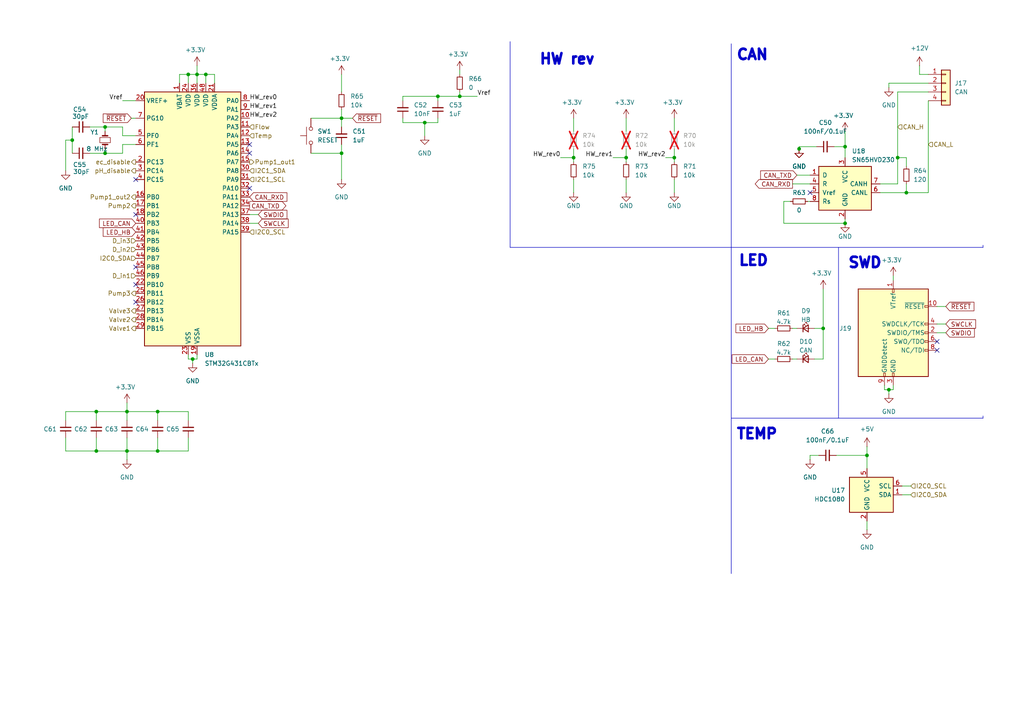
<source format=kicad_sch>
(kicad_sch (version 20231120) (generator "eeschema") (generator_version "8.0")
  (paper "A4")
  (title_block (title "MCU") (rev "1"))
  (lib_symbols
    (symbol "Connector:Conn_ARM_JTAG_SWD_10" (pin_names (offset 1.016))
      (property "Reference" "J" (at -2.54 16.51 0))
      (property "Value" "Conn_ARM_JTAG_SWD_10" (at -2.54 13.97 0))
      (symbol "Conn_ARM_JTAG_SWD_10_0_1"
        (rectangle (start -10.16 12.7) (end 10.16 -12.7) (stroke (width 0.254)) (fill (type background)))
        (rectangle (start -2.794 -12.7) (end -2.286 -11.684))
        (rectangle (start -0.254 -12.7) (end 0.254 -11.684))
        (rectangle (start -0.254 12.7) (end 0.254 11.684))
        (rectangle (start 9.144 2.286) (end 10.16 2.794))
        (rectangle (start 10.16 -2.794) (end 9.144 -2.286))
        (rectangle (start 10.16 -0.254) (end 9.144 0.254))
        (rectangle (start 10.16 7.874) (end 9.144 7.366))
      )
      (symbol "Conn_ARM_JTAG_SWD_10_1_1"
        (rectangle (start 9.144 -5.334) (end 10.16 -4.826))
        (pin power_in line (at 0 15.24 270) (length 2.54) (name "VTref") (number "1"))
        (pin open_collector line (at 12.7 7.62 180) (length 2.54) (name "~{RESET}") (number "10"))
        (pin bidirectional line (at 12.7 0 180) (length 2.54) (name "SWDIO/TMS") (number "2"))
        (pin power_in line (at 0 -15.24 90) (length 2.54) (name "GND") (number "3"))
        (pin output line (at 12.7 2.54 180) (length 2.54) (name "SWDCLK/TCK") (number "4"))
        (pin passive line (at 0 -15.24 90) (length 2.54) hide (name "GND") (number "5"))
        (pin input line (at 12.7 -2.54 180) (length 2.54) (name "SWO/TDO") (number "6"))
        (pin no_connect line (at -10.16 0 0) (length 2.54) hide (name "KEY") (number "7"))
        (pin output line (at 12.7 -5.08 180) (length 2.54) (name "NC/TDI") (number "8"))
        (pin passive line (at -2.54 -15.24 90) (length 2.54) (name "GNDDetect") (number "9"))
      )
    )
    (symbol "Connector_Generic:Conn_01x04" (pin_names (offset 1.016) hide)
      (property "Reference" "J" (at 0 5.08 0))
      (property "Value" "Conn_01x04" (at 0 -7.62 0))
      (symbol "Conn_01x04_1_1"
        (rectangle (start -1.27 -4.953) (end 0 -5.207) (stroke (width 0.1524)))
        (rectangle (start -1.27 -2.413) (end 0 -2.667) (stroke (width 0.1524)))
        (rectangle (start -1.27 0.127) (end 0 -0.127) (stroke (width 0.1524)))
        (rectangle (start -1.27 2.667) (end 0 2.413) (stroke (width 0.1524)))
        (rectangle (start -1.27 3.81) (end 1.27 -6.35) (stroke (width 0.254)) (fill (type background)))
        (pin passive line (at -5.08 2.54 0) (length 3.81) (name "Pin_1") (number "1"))
        (pin passive line (at -5.08 0 0) (length 3.81) (name "Pin_2") (number "2"))
        (pin passive line (at -5.08 -2.54 0) (length 3.81) (name "Pin_3") (number "3"))
        (pin passive line (at -5.08 -5.08 0) (length 3.81) (name "Pin_4") (number "4"))
      )
    )
    (symbol "Device:C_Small" (pin_numbers hide) (pin_names (offset 0.254) hide)
      (property "Reference" "C" (at 0.254 1.778 0))
      (property "Value" "C_Small" (at 0.254 -2.032 0))
      (symbol "C_Small_0_1"
        (polyline (pts (xy -1.524 -0.508) (xy 1.524 -0.508)) (stroke (width 0.3302)))
        (polyline (pts (xy -1.524 0.508) (xy 1.524 0.508)) (stroke (width 0.3048)))
      )
      (symbol "C_Small_1_1"
        (pin passive line (at 0 2.54 270) (length 2.032) (name "~") (number "1"))
        (pin passive line (at 0 -2.54 90) (length 2.032) (name "~") (number "2"))
      )
    )
    (symbol "Device:Crystal_Small" (pin_numbers hide) (pin_names (offset 1.016) hide)
      (property "Reference" "Y" (at 0 2.54 0))
      (property "Value" "Crystal_Small" (at 0 -2.54 0))
      (symbol "Crystal_Small_0_1"
        (rectangle (start -0.762 -1.524) (end 0.762 1.524))
        (polyline (pts (xy -1.27 -0.762) (xy -1.27 0.762)) (stroke (width 0.381)))
        (polyline (pts (xy 1.27 -0.762) (xy 1.27 0.762)) (stroke (width 0.381)))
      )
      (symbol "Crystal_Small_1_1"
        (pin passive line (at -2.54 0 0) (length 1.27) (name "1") (number "1"))
        (pin passive line (at 2.54 0 180) (length 1.27) (name "2") (number "2"))
      )
    )
    (symbol "Device:LED_Small" (pin_numbers hide) (pin_names (offset 0.254) hide)
      (property "Reference" "D" (at -1.27 3.175 0))
      (property "Value" "LED_Small" (at -4.445 -2.54 0))
      (symbol "LED_Small_0_1"
        (polyline (pts (xy -0.762 -1.016) (xy -0.762 1.016)) (stroke (width 0.254)))
        (polyline (pts (xy 1.016 0) (xy -0.762 0)))
        (polyline (pts (xy 0.762 -1.016) (xy -0.762 0) (xy 0.762 1.016) (xy 0.762 -1.016)) (stroke (width 0.254)))
        (polyline (pts (xy 0 0.762) (xy -0.508 1.27) (xy -0.254 1.27) (xy -0.508 1.27) (xy -0.508 1.016)))
        (polyline (pts (xy 0.508 1.27) (xy 0 1.778) (xy 0.254 1.778) (xy 0 1.778) (xy 0 1.524)))
      )
      (symbol "LED_Small_1_1"
        (pin passive line (at -2.54 0 0) (length 1.778) (name "K") (number "1"))
        (pin passive line (at 2.54 0 180) (length 1.778) (name "A") (number "2"))
      )
    )
    (symbol "Device:R_Small" (pin_numbers hide) (pin_names (offset 0.254) hide)
      (property "Reference" "R" (at 0.762 0.508 0))
      (property "Value" "R_Small" (at 0.762 -1.016 0))
      (symbol "R_Small_0_1"
        (rectangle (start -0.762 1.778) (end 0.762 -1.778) (stroke (width 0.2032)))
      )
      (symbol "R_Small_1_1"
        (pin passive line (at 0 2.54 270) (length 0.762) (name "~") (number "1"))
        (pin passive line (at 0 -2.54 90) (length 0.762) (name "~") (number "2"))
      )
    )
    (symbol "Interface_CAN_LIN:SN65HVD230" (pin_names (offset 1.016))
      (property "Reference" "U" (at -2.54 10.16 0))
      (property "Value" "SN65HVD230" (at -2.54 7.62 0))
      (symbol "SN65HVD230_0_1"
        (rectangle (start -7.62 5.08) (end 7.62 -7.62) (stroke (width 0.254)) (fill (type background)))
      )
      (symbol "SN65HVD230_1_1"
        (pin input line (at -10.16 2.54 0) (length 2.54) (name "D") (number "1"))
        (pin power_in line (at 0 -10.16 90) (length 2.54) (name "GND") (number "2"))
        (pin power_in line (at 0 7.62 270) (length 2.54) (name "VCC") (number "3"))
        (pin output line (at -10.16 0 0) (length 2.54) (name "R") (number "4"))
        (pin output line (at -10.16 -2.54 0) (length 2.54) (name "Vref") (number "5"))
        (pin bidirectional line (at 10.16 -2.54 180) (length 2.54) (name "CANL") (number "6"))
        (pin bidirectional line (at 10.16 0 180) (length 2.54) (name "CANH") (number "7"))
        (pin input line (at -10.16 -5.08 0) (length 2.54) (name "Rs") (number "8"))
      )
    )
    (symbol "MCU_ST_STM32G4:STM32G431CBTx"
      (property "Reference" "U" (at -12.7 39.37 0))
      (property "Value" "STM32G431CBTx" (at 10.16 39.37 0))
      (symbol "STM32G431CBTx_0_1"
        (rectangle (start -12.7 -35.56) (end 15.24 38.1) (stroke (width 0.254)) (fill (type background)))
      )
      (symbol "STM32G431CBTx_1_1"
        (pin power_in line (at -2.54 40.64 270) (length 2.54) (name "VBAT") (number "1"))
        (pin bidirectional line (at 17.78 30.48 180) (length 2.54) (name "PA2") (number "10"))
        (pin bidirectional line (at 17.78 27.94 180) (length 2.54) (name "PA3") (number "11"))
        (pin bidirectional line (at 17.78 25.4 180) (length 2.54) (name "PA4") (number "12"))
        (pin bidirectional line (at 17.78 22.86 180) (length 2.54) (name "PA5") (number "13"))
        (pin bidirectional line (at 17.78 20.32 180) (length 2.54) (name "PA6") (number "14"))
        (pin bidirectional line (at 17.78 17.78 180) (length 2.54) (name "PA7") (number "15"))
        (pin bidirectional line (at -15.24 7.62 0) (length 2.54) (name "PB0") (number "16"))
        (pin bidirectional line (at -15.24 5.08 0) (length 2.54) (name "PB1") (number "17"))
        (pin bidirectional line (at -15.24 2.54 0) (length 2.54) (name "PB2") (number "18"))
        (pin power_in line (at 2.54 -38.1 90) (length 2.54) (name "VSSA") (number "19"))
        (pin bidirectional line (at -15.24 17.78 0) (length 2.54) (name "PC13") (number "2"))
        (pin input line (at -15.24 35.56 0) (length 2.54) (name "VREF+") (number "20"))
        (pin power_in line (at 7.62 40.64 270) (length 2.54) (name "VDDA") (number "21"))
        (pin bidirectional line (at -15.24 -17.78 0) (length 2.54) (name "PB10") (number "22"))
        (pin power_in line (at 0 -38.1 90) (length 2.54) (name "VSS") (number "23"))
        (pin power_in line (at 0 40.64 270) (length 2.54) (name "VDD") (number "24"))
        (pin bidirectional line (at -15.24 -20.32 0) (length 2.54) (name "PB11") (number "25"))
        (pin bidirectional line (at -15.24 -22.86 0) (length 2.54) (name "PB12") (number "26"))
        (pin bidirectional line (at -15.24 -25.4 0) (length 2.54) (name "PB13") (number "27"))
        (pin bidirectional line (at -15.24 -27.94 0) (length 2.54) (name "PB14") (number "28"))
        (pin bidirectional line (at -15.24 -30.48 0) (length 2.54) (name "PB15") (number "29"))
        (pin bidirectional line (at -15.24 15.24 0) (length 2.54) (name "PC14") (number "3"))
        (pin bidirectional line (at 17.78 15.24 180) (length 2.54) (name "PA8") (number "30"))
        (pin bidirectional line (at 17.78 12.7 180) (length 2.54) (name "PA9") (number "31"))
        (pin bidirectional line (at 17.78 10.16 180) (length 2.54) (name "PA10") (number "32"))
        (pin bidirectional line (at 17.78 7.62 180) (length 2.54) (name "PA11") (number "33"))
        (pin bidirectional line (at 17.78 5.08 180) (length 2.54) (name "PA12") (number "34"))
        (pin passive line (at 0 -38.1 90) (length 2.54) hide (name "VSS") (number "35"))
        (pin power_in line (at 2.54 40.64 270) (length 2.54) (name "VDD") (number "36"))
        (pin bidirectional line (at 17.78 2.54 180) (length 2.54) (name "PA13") (number "37"))
        (pin bidirectional line (at 17.78 0 180) (length 2.54) (name "PA14") (number "38"))
        (pin bidirectional line (at 17.78 -2.54 180) (length 2.54) (name "PA15") (number "39"))
        (pin bidirectional line (at -15.24 12.7 0) (length 2.54) (name "PC15") (number "4"))
        (pin bidirectional line (at -15.24 0 0) (length 2.54) (name "PB3") (number "40"))
        (pin bidirectional line (at -15.24 -2.54 0) (length 2.54) (name "PB4") (number "41"))
        (pin bidirectional line (at -15.24 -5.08 0) (length 2.54) (name "PB5") (number "42"))
        (pin bidirectional line (at -15.24 -7.62 0) (length 2.54) (name "PB6") (number "43"))
        (pin bidirectional line (at -15.24 -10.16 0) (length 2.54) (name "PB7") (number "44"))
        (pin bidirectional line (at -15.24 -12.7 0) (length 2.54) (name "PB8") (number "45"))
        (pin bidirectional line (at -15.24 -15.24 0) (length 2.54) (name "PB9") (number "46"))
        (pin passive line (at 0 -38.1 90) (length 2.54) hide (name "VSS") (number "47"))
        (pin power_in line (at 5.08 40.64 270) (length 2.54) (name "VDD") (number "48"))
        (pin bidirectional line (at -15.24 25.4 0) (length 2.54) (name "PF0") (number "5"))
        (pin bidirectional line (at -15.24 22.86 0) (length 2.54) (name "PF1") (number "6"))
        (pin bidirectional line (at -15.24 30.48 0) (length 2.54) (name "PG10") (number "7"))
        (pin bidirectional line (at 17.78 35.56 180) (length 2.54) (name "PA0") (number "8"))
        (pin bidirectional line (at 17.78 33.02 180) (length 2.54) (name "PA1") (number "9"))
      )
    )
    (symbol "Sensor_Humidity:HDC1080"
      (property "Reference" "U" (at -6.35 6.35 0))
      (property "Value" "HDC1080" (at 3.81 6.35 0))
      (symbol "HDC1080_0_1"
        (rectangle (start -7.62 5.08) (end 5.08 -5.08) (stroke (width 0.254)) (fill (type background)))
      )
      (symbol "HDC1080_1_1"
        (pin bidirectional line (at 7.62 0 180) (length 2.54) (name "SDA") (number "1"))
        (pin power_in line (at -2.54 -7.62 90) (length 2.54) (name "GND") (number "2"))
        (pin no_connect line (at -7.62 0 0) (length 2.54) hide (name "NC") (number "3"))
        (pin no_connect line (at -7.62 -2.54 0) (length 2.54) hide (name "NC") (number "4"))
        (pin power_in line (at -2.54 7.62 270) (length 2.54) (name "VCC") (number "5"))
        (pin input line (at 7.62 2.54 180) (length 2.54) (name "SCL") (number "6"))
        (pin no_connect line (at -7.62 2.54 0) (length 2.54) hide (name "DAP") (number "7"))
      )
    )
    (symbol "Switch:SW_Push" (pin_numbers hide) (pin_names (offset 1.016) hide)
      (property "Reference" "SW" (at 1.27 2.54 0))
      (property "Value" "SW_Push" (at 0 -1.524 0))
      (symbol "SW_Push_0_1"
        (circle (center -2.032 0) (radius 0.508))
        (polyline (pts (xy 0 1.27) (xy 0 3.048)))
        (polyline (pts (xy 2.54 1.27) (xy -2.54 1.27)))
        (circle (center 2.032 0) (radius 0.508))
        (pin passive line (at -5.08 0 0) (length 2.54) (name "1") (number "1"))
        (pin passive line (at 5.08 0 180) (length 2.54) (name "2") (number "2"))
      )
    )
    (symbol "power:+12V" (power) (pin_numbers hide) (pin_names (offset 0) hide)
      (property "Value" "+12V" (at 0 3.556 0))
      (symbol "+12V_0_1"
        (polyline (pts (xy -0.762 1.27) (xy 0 2.54)))
        (polyline (pts (xy 0 0) (xy 0 2.54)))
        (polyline (pts (xy 0 2.54) (xy 0.762 1.27)))
      )
      (symbol "+12V_1_1"
        (pin power_in line (at 0 0 90) (length 0) (name "~") (number "1"))
      )
    )
    (symbol "power:+3.3V" (power) (pin_names (offset 0))
      (property "Value" "+3.3V" (at 0 3.556 0))
      (symbol "+3.3V_0_1"
        (polyline (pts (xy -0.762 1.27) (xy 0 2.54)))
        (polyline (pts (xy 0 0) (xy 0 2.54)))
        (polyline (pts (xy 0 2.54) (xy 0.762 1.27)))
      )
      (symbol "+3.3V_1_1"
        (pin power_in line (at 0 0 90) (length 0) hide (name "+3V3") (number "1"))
      )
    )
    (symbol "power:+5V" (power) (pin_numbers hide) (pin_names (offset 0) hide)
      (property "Value" "+5V" (at 0 3.556 0))
      (symbol "+5V_0_1"
        (polyline (pts (xy -0.762 1.27) (xy 0 2.54)))
        (polyline (pts (xy 0 0) (xy 0 2.54)))
        (polyline (pts (xy 0 2.54) (xy 0.762 1.27)))
      )
      (symbol "+5V_1_1"
        (pin power_in line (at 0 0 90) (length 0) (name "~") (number "1"))
      )
    )
    (symbol "power:GND" (power) (pin_numbers hide) (pin_names (offset 0) hide)
      (property "Value" "GND" (at 0 -3.81 0))
      (symbol "GND_0_1"
        (polyline (pts (xy 0 0) (xy 0 -1.27) (xy 1.27 -1.27) (xy 0 -2.54) (xy -1.27 -1.27) (xy 0 -1.27)))
      )
      (symbol "GND_1_1"
        (pin power_in line (at 0 0 270) (length 0) (name "~") (number "1"))
      )
    )
  )
  (junction (at 127 27.94))
  (junction (at 166.37 45.72))
  (junction (at 45.72 119.38))
  (junction (at 20.955 40.64))
  (junction (at 245.11 64.77))
  (junction (at 36.83 130.81))
  (junction (at 260.35 45.72))
  (junction (at 231.775 43.18))
  (junction (at 36.83 119.38))
  (junction (at 262.89 55.88))
  (junction (at 195.58 45.72))
  (junction (at 99.06 34.29))
  (junction (at 55.88 104.14))
  (junction (at 27.94 130.81))
  (junction (at 238.76 95.25))
  (junction (at 245.11 42.545))
  (junction (at 133.35 27.94))
  (junction (at 30.48 36.83))
  (junction (at 257.81 113.03))
  (junction (at 251.46 132.08))
  (junction (at 27.94 119.38))
  (junction (at 45.72 130.81))
  (junction (at 30.48 44.45))
  (junction (at 181.61 45.72))
  (junction (at 54.61 21.59))
  (junction (at 59.69 21.59))
  (junction (at 99.06 44.45))
  (junction (at 123.19 35.56))
  (junction (at 57.15 21.59))
  (no_connect (at 72.39 41.91))
  (no_connect (at 271.78 99.06))
  (no_connect (at 39.37 52.07))
  (no_connect (at 72.39 44.45))
  (no_connect (at 39.37 77.47))
  (no_connect (at 271.78 101.6))
  (no_connect (at 39.37 62.23))
  (no_connect (at 39.37 87.63))
  (no_connect (at 234.95 55.88))
  (no_connect (at 72.39 54.61))
  (no_connect (at 39.37 82.55))
  (wire (pts (xy 27.94 119.38) (xy 36.83 119.38)))
  (polyline (pts (xy 212.09 71.755) (xy 147.955 71.755)))
  (wire (pts (xy 133.35 27.94) (xy 133.35 26.67)))
  (wire (pts (xy 35.56 36.83) (xy 30.48 36.83)))
  (wire (pts (xy 54.61 119.38) (xy 45.72 119.38)))
  (wire (pts (xy 116.84 27.94) (xy 127 27.94)))
  (polyline (pts (xy 212.09 90.17) (xy 212.09 12.7)))
  (wire (pts (xy 238.76 83.82) (xy 238.76 95.25)))
  (wire (pts (xy 19.05 40.64) (xy 20.955 40.64)))
  (wire (pts (xy 54.61 21.59) (xy 54.61 24.13)))
  (wire (pts (xy 54.61 127) (xy 54.61 130.81)))
  (wire (pts (xy 266.7 19.05) (xy 266.7 21.59)))
  (polyline (pts (xy 285.115 71.755) (xy 285.115 71.12)))
  (wire (pts (xy 45.72 127) (xy 45.72 130.81)))
  (wire (pts (xy 262.89 55.88) (xy 269.24 55.88)))
  (wire (pts (xy 99.06 21.59) (xy 99.06 26.67)))
  (wire (pts (xy 36.83 130.81) (xy 36.83 133.35)))
  (wire (pts (xy 256.54 111.76) (xy 256.54 113.03)))
  (wire (pts (xy 45.72 119.38) (xy 36.83 119.38)))
  (wire (pts (xy 234.95 132.08) (xy 234.95 133.35)))
  (polyline (pts (xy 212.09 71.755) (xy 285.115 71.755)))
  (wire (pts (xy 238.76 95.25) (xy 236.22 95.25)))
  (wire (pts (xy 237.49 132.08) (xy 234.95 132.08)))
  (wire (pts (xy 181.61 43.18) (xy 181.61 45.72)))
  (wire (pts (xy 72.39 62.23) (xy 74.93 62.23)))
  (wire (pts (xy 116.84 29.21) (xy 116.84 27.94)))
  (wire (pts (xy 30.48 36.83) (xy 30.48 38.1)))
  (wire (pts (xy 261.62 140.97) (xy 264.16 140.97)))
  (wire (pts (xy 57.15 104.14) (xy 55.88 104.14)))
  (wire (pts (xy 55.88 104.14) (xy 55.88 105.41)))
  (wire (pts (xy 260.35 45.72) (xy 260.35 53.34)))
  (polyline (pts (xy 212.09 121.285) (xy 285.115 121.285)))
  (wire (pts (xy 62.23 24.13) (xy 62.23 21.59)))
  (wire (pts (xy 260.35 26.67) (xy 260.35 45.72)))
  (wire (pts (xy 229.87 53.34) (xy 234.95 53.34)))
  (wire (pts (xy 52.07 21.59) (xy 54.61 21.59)))
  (wire (pts (xy 116.84 35.56) (xy 123.19 35.56)))
  (wire (pts (xy 245.11 38.1) (xy 245.11 42.545)))
  (wire (pts (xy 45.72 130.81) (xy 36.83 130.81)))
  (wire (pts (xy 195.58 43.18) (xy 195.58 45.72)))
  (wire (pts (xy 251.46 129.54) (xy 251.46 132.08)))
  (wire (pts (xy 181.61 45.72) (xy 181.61 46.99)))
  (wire (pts (xy 242.57 132.08) (xy 251.46 132.08)))
  (wire (pts (xy 27.94 127) (xy 27.94 130.81)))
  (wire (pts (xy 54.61 21.59) (xy 57.15 21.59)))
  (wire (pts (xy 271.78 93.98) (xy 274.32 93.98)))
  (wire (pts (xy 261.62 143.51) (xy 264.16 143.51)))
  (wire (pts (xy 234.315 58.42) (xy 234.95 58.42)))
  (wire (pts (xy 36.83 119.38) (xy 36.83 116.84)))
  (wire (pts (xy 39.37 39.37) (xy 35.56 39.37)))
  (wire (pts (xy 259.08 80.01) (xy 259.08 81.28)))
  (wire (pts (xy 181.61 34.29) (xy 181.61 38.1)))
  (wire (pts (xy 30.48 44.45) (xy 26.035 44.45)))
  (wire (pts (xy 35.56 41.91) (xy 35.56 44.45)))
  (wire (pts (xy 99.06 34.29) (xy 102.235 34.29)))
  (wire (pts (xy 260.35 53.34) (xy 255.27 53.34)))
  (wire (pts (xy 57.15 102.87) (xy 57.15 104.14)))
  (wire (pts (xy 245.11 63.5) (xy 245.11 64.77)))
  (wire (pts (xy 227.33 58.42) (xy 227.33 64.77)))
  (wire (pts (xy 245.11 42.545) (xy 245.11 45.72)))
  (wire (pts (xy 236.855 42.545) (xy 231.775 42.545)))
  (wire (pts (xy 227.33 58.42) (xy 229.235 58.42)))
  (wire (pts (xy 231.14 95.25) (xy 229.87 95.25)))
  (wire (pts (xy 116.84 35.56) (xy 116.84 34.29)))
  (polyline (pts (xy 212.09 90.17) (xy 212.09 166.37)))
  (wire (pts (xy 227.33 64.77) (xy 245.11 64.77)))
  (wire (pts (xy 123.19 35.56) (xy 127 35.56)))
  (wire (pts (xy 19.05 40.64) (xy 19.05 49.53)))
  (wire (pts (xy 241.935 42.545) (xy 245.11 42.545)))
  (wire (pts (xy 26.035 36.83) (xy 30.48 36.83)))
  (polyline (pts (xy 243.205 71.755) (xy 243.205 121.285)))
  (wire (pts (xy 255.27 55.88) (xy 262.89 55.88)))
  (wire (pts (xy 231.775 42.545) (xy 231.775 43.18)))
  (wire (pts (xy 54.61 130.81) (xy 45.72 130.81)))
  (wire (pts (xy 133.35 20.32) (xy 133.35 21.59)))
  (wire (pts (xy 35.56 29.21) (xy 39.37 29.21)))
  (wire (pts (xy 59.69 21.59) (xy 57.15 21.59)))
  (wire (pts (xy 36.83 127) (xy 36.83 130.81)))
  (wire (pts (xy 256.54 113.03) (xy 257.81 113.03)))
  (wire (pts (xy 36.83 119.38) (xy 36.83 121.92)))
  (wire (pts (xy 27.94 130.81) (xy 36.83 130.81)))
  (wire (pts (xy 127 35.56) (xy 127 34.29)))
  (wire (pts (xy 39.37 41.91) (xy 35.56 41.91)))
  (wire (pts (xy 57.15 21.59) (xy 57.15 19.05)))
  (wire (pts (xy 99.06 52.07) (xy 99.06 44.45)))
  (wire (pts (xy 238.76 95.25) (xy 238.76 104.14)))
  (wire (pts (xy 52.07 24.13) (xy 52.07 21.59)))
  (wire (pts (xy 269.24 24.13) (xy 257.81 24.13)))
  (wire (pts (xy 222.885 104.14) (xy 224.79 104.14)))
  (wire (pts (xy 99.06 44.45) (xy 99.06 41.91)))
  (wire (pts (xy 123.19 35.56) (xy 123.19 39.37)))
  (wire (pts (xy 54.61 102.87) (xy 54.61 104.14)))
  (wire (pts (xy 90.17 34.29) (xy 99.06 34.29)))
  (wire (pts (xy 262.89 48.26) (xy 262.89 45.72)))
  (wire (pts (xy 57.15 21.59) (xy 57.15 24.13)))
  (wire (pts (xy 90.17 44.45) (xy 99.06 44.45)))
  (wire (pts (xy 257.81 24.13) (xy 257.81 25.4)))
  (wire (pts (xy 162.56 45.72) (xy 166.37 45.72)))
  (wire (pts (xy 19.05 119.38) (xy 27.94 119.38)))
  (wire (pts (xy 195.58 34.29) (xy 195.58 38.1)))
  (wire (pts (xy 45.72 119.38) (xy 45.72 121.92)))
  (wire (pts (xy 99.06 31.75) (xy 99.06 34.29)))
  (wire (pts (xy 35.56 44.45) (xy 30.48 44.45)))
  (wire (pts (xy 271.78 88.9) (xy 274.32 88.9)))
  (wire (pts (xy 166.37 52.07) (xy 166.37 55.88)))
  (wire (pts (xy 27.94 119.38) (xy 27.94 121.92)))
  (wire (pts (xy 236.22 104.14) (xy 238.76 104.14)))
  (wire (pts (xy 166.37 34.29) (xy 166.37 38.1)))
  (wire (pts (xy 251.46 151.13) (xy 251.46 153.67)))
  (wire (pts (xy 166.37 45.72) (xy 166.37 46.99)))
  (wire (pts (xy 19.05 127) (xy 19.05 130.81)))
  (wire (pts (xy 262.89 53.34) (xy 262.89 55.88)))
  (wire (pts (xy 54.61 104.14) (xy 55.88 104.14)))
  (wire (pts (xy 259.08 113.03) (xy 257.81 113.03)))
  (wire (pts (xy 62.23 21.59) (xy 59.69 21.59)))
  (wire (pts (xy 260.35 45.72) (xy 262.89 45.72)))
  (wire (pts (xy 222.885 95.25) (xy 224.79 95.25)))
  (wire (pts (xy 195.58 52.07) (xy 195.58 55.88)))
  (wire (pts (xy 20.955 36.83) (xy 20.955 40.64)))
  (wire (pts (xy 193.04 45.72) (xy 195.58 45.72)))
  (wire (pts (xy 127 29.21) (xy 127 27.94)))
  (wire (pts (xy 99.06 34.29) (xy 99.06 36.83)))
  (wire (pts (xy 138.43 27.94) (xy 133.35 27.94)))
  (wire (pts (xy 251.46 132.08) (xy 251.46 135.89)))
  (wire (pts (xy 229.87 104.14) (xy 231.14 104.14)))
  (wire (pts (xy 166.37 43.18) (xy 166.37 45.72)))
  (polyline (pts (xy 285.115 121.285) (xy 285.115 120.65)))
  (wire (pts (xy 54.61 121.92) (xy 54.61 119.38)))
  (wire (pts (xy 271.78 96.52) (xy 274.32 96.52)))
  (wire (pts (xy 59.69 21.59) (xy 59.69 24.13)))
  (wire (pts (xy 195.58 45.72) (xy 195.58 46.99)))
  (wire (pts (xy 19.05 121.92) (xy 19.05 119.38)))
  (wire (pts (xy 30.48 43.18) (xy 30.48 44.45)))
  (wire (pts (xy 38.1 34.29) (xy 39.37 34.29)))
  (wire (pts (xy 35.56 39.37) (xy 35.56 36.83)))
  (wire (pts (xy 127 27.94) (xy 133.35 27.94)))
  (wire (pts (xy 266.7 21.59) (xy 269.24 21.59)))
  (wire (pts (xy 259.08 111.76) (xy 259.08 113.03)))
  (wire (pts (xy 19.05 130.81) (xy 27.94 130.81)))
  (wire (pts (xy 177.8 45.72) (xy 181.61 45.72)))
  (wire (pts (xy 181.61 52.07) (xy 181.61 55.88)))
  (wire (pts (xy 20.955 40.64) (xy 20.955 44.45)))
  (wire (pts (xy 257.81 113.03) (xy 257.81 114.3)))
  (wire (pts (xy 72.39 64.77) (xy 74.93 64.77)))
  (polyline (pts (xy 147.955 12.065) (xy 147.955 71.755)))
  (wire (pts (xy 231.14 50.8) (xy 234.95 50.8)))
  (wire (pts (xy 260.35 26.67) (xy 269.24 26.67)))
  (wire (pts (xy 269.24 29.21) (xy 269.24 55.88)))
  (text "TEMP" (at 213.36 127.762 0) (effects (font (size 3 3) (thickness 1) (bold yes)) (justify left bottom)))
  (text "HW rev" (at 156.21 19.05 0) (effects (font (size 3 3) (thickness 1) (bold yes)) (justify left bottom)))
  (text "SWD" (at 245.745 78.105 0) (effects (font (size 3 3) (thickness 1) (bold yes)) (justify left bottom)))
  (text "LED" (at 213.995 77.47 0) (effects (font (size 3 3) (thickness 1) (bold yes)) (justify left bottom)))
  (text "CAN" (at 213.36 17.78 0) (effects (font (size 3 3) (thickness 1) (bold yes)) (justify left bottom)))
  (label "HW_rev2" (at 72.39 34.29 0))
  (label "Vref" (at 35.56 29.21 180))
  (label "Vref" (at 138.43 27.94 0))
  (label "HW_rev1" (at 177.8 45.72 180))
  (label "HW_rev1" (at 72.39 31.75 0))
  (label "HW_rev0" (at 72.39 29.21 0))
  (label "HW_rev0" (at 162.56 45.72 180))
  (label "HW_rev2" (at 193.04 45.72 180))
  (global_label "SWDIO" (shape input) (at 274.32 96.52 0) (property "Intersheetrefs" "${INTERSHEET_REFS}" (effects (hide yes))))
  (global_label "LED_CAN" (shape input) (at 222.885 104.14 180) (property "Intersheetrefs" "${INTERSHEET_REFS}" (effects (hide yes))))
  (global_label "CAN_TXD" (shape input) (at 231.14 50.8 180) (property "Intersheetrefs" "${INTERSHEET_REFS}" (effects (hide yes))))
  (global_label "SWCLK" (shape input) (at 274.32 93.98 0) (property "Intersheetrefs" "${INTERSHEET_REFS}" (effects (hide yes))))
  (global_label "CAN_RXD" (shape input) (at 72.39 57.15 0) (property "Intersheetrefs" "${INTERSHEET_REFS}" (effects (hide yes))))
  (global_label "LED_CAN" (shape input) (at 39.37 64.77 180) (property "Intersheetrefs" "${INTERSHEET_REFS}" (effects (hide yes))))
  (global_label "~{RESET}" (shape input) (at 102.235 34.29 0) (property "Intersheetrefs" "${INTERSHEET_REFS}" (effects (hide yes))))
  (global_label "LED_HB" (shape input) (at 39.37 67.31 180) (property "Intersheetrefs" "${INTERSHEET_REFS}" (effects (hide yes))))
  (global_label "SWDIO" (shape input) (at 74.93 62.23 0) (property "Intersheetrefs" "${INTERSHEET_REFS}" (effects (hide yes))))
  (global_label "LED_HB" (shape input) (at 222.885 95.25 180) (property "Intersheetrefs" "${INTERSHEET_REFS}" (effects (hide yes))))
  (global_label "~{RESET}" (shape input) (at 274.32 88.9 0) (property "Intersheetrefs" "${INTERSHEET_REFS}" (effects (hide yes))))
  (global_label "CAN_TXD" (shape output) (at 72.39 59.69 0) (property "Intersheetrefs" "${INTERSHEET_REFS}" (effects (hide yes))))
  (global_label "SWCLK" (shape input) (at 74.93 64.77 0) (property "Intersheetrefs" "${INTERSHEET_REFS}" (effects (hide yes))))
  (global_label "CAN_RXD" (shape output) (at 229.87 53.34 180) (property "Intersheetrefs" "${INTERSHEET_REFS}" (effects (hide yes))))
  (global_label "~{RESET}" (shape input) (at 38.1 34.29 180) (property "Intersheetrefs" "${INTERSHEET_REFS}" (effects (hide yes))))
  (hierarchical_label "D_in3" (shape input) (at 39.37 69.85 180))
  (hierarchical_label "I2C0_SCL" (shape input) (at 264.16 140.97 0))
  (hierarchical_label "I2C1_SDA" (shape input) (at 72.39 49.53 0))
  (hierarchical_label "D_in2" (shape input) (at 39.37 72.39 180))
  (hierarchical_label "Pump2" (shape output) (at 39.37 59.69 180))
  (hierarchical_label "I2C0_SCL" (shape input) (at 72.39 67.31 0))
  (hierarchical_label "CAN_H" (shape input) (at 260.35 36.83 0))
  (hierarchical_label "ec_disable" (shape output) (at 39.37 46.99 180))
  (hierarchical_label "I2C0_SDA" (shape input) (at 39.37 74.93 180))
  (hierarchical_label "Pump1_out1" (shape output) (at 72.39 46.99 0))
  (hierarchical_label "CAN_L" (shape input) (at 269.24 41.91 0))
  (hierarchical_label "I2C1_SCL" (shape input) (at 72.39 52.07 0))
  (hierarchical_label "Temp" (shape input) (at 72.39 39.37 0))
  (hierarchical_label "pH_disable" (shape output) (at 39.37 49.53 180))
  (hierarchical_label "Valve2" (shape output) (at 39.37 92.71 180))
  (hierarchical_label "D_in1" (shape input) (at 39.37 80.01 180))
  (hierarchical_label "Valve1" (shape output) (at 39.37 95.25 180))
  (hierarchical_label "Flow" (shape input) (at 72.39 36.83 0))
  (hierarchical_label "Pump3" (shape output) (at 39.37 85.09 180))
  (hierarchical_label "I2C0_SDA" (shape input) (at 264.16 143.51 0))
  (hierarchical_label "Valve3" (shape output) (at 39.37 90.17 180))
  (hierarchical_label "Pump1_out2" (shape output) (at 39.37 57.15 180))
  (symbol (lib_id "power:+3.3V") (at 57.15 19.05 0) (unit 1)
    (property "Reference" "#PWR0149" (effects (hide yes)))
    (property "Value" "+3.3V" (at 56.642 14.478 0))
    (property "Description" "Power symbol creates a global label with name \"+3.3V\"" (effects (hide yes)))
  )
  (symbol (lib_id "power:GND") (at 195.58 55.88 0) (unit 1)
    (property "Reference" "#PWR0154" (effects (hide yes)))
    (property "Value" "GND" (at 195.58 59.69 0))
  )
  (symbol (lib_id "Device:C_Small") (at 23.495 44.45 90) (unit 1)
    (property "Reference" "C55" (at 23.114 47.752 90))
    (property "Value" "30pF" (at 23.622 49.784 90))
    (property "Footprint" "Capacitor_SMD:C_0603_1608Metric" (effects (hide yes)))
    (property "LCSC" "C1658" (effects (hide yes)))
  )
  (symbol (lib_id "power:+3.3V") (at 166.37 34.29 0) (unit 1)
    (property "Reference" "#PWR0157" (effects (hide yes)))
    (property "Value" "+3.3V" (at 165.862 29.718 0))
    (property "Description" "Power symbol creates a global label with name \"+3.3V\"" (effects (hide yes)))
  )
  (symbol (lib_id "power:GND") (at 245.11 64.77 0) (unit 1)
    (property "Reference" "#PWR098" (effects (hide yes)))
    (property "Value" "GND" (at 245.11 68.58 0))
  )
  (symbol (lib_id "power:GND") (at 234.95 133.35 0) (unit 1)
    (property "Reference" "#PWR0151" (effects (hide yes)))
    (property "Value" "GND" (at 234.95 138.43 0))
  )
  (symbol (lib_id "power:GND") (at 231.775 43.18 0) (unit 1)
    (property "Reference" "#PWR090" (effects (hide yes)))
    (property "Value" "GND" (at 231.775 48.26 0))
  )
  (symbol (lib_id "Device:R_Small") (at 133.35 24.13 0) (unit 1)
    (property "Reference" "R66" (at 135.89 22.8599 0) (effects (justify left)))
    (property "Value" "0" (at 135.89 25.3999 0) (effects (justify left)))
    (property "Footprint" "Resistor_SMD:R_0402_1005Metric" (effects (hide yes)))
    (property "LCSC" "C17168" (effects (hide yes)))
  )
  (symbol (lib_id "Device:LED_Small") (at 233.68 95.25 0) (unit 1)
    (property "Reference" "D9" (at 233.7435 90.17 0))
    (property "Value" "HB" (at 233.7435 92.71 0))
    (property "Footprint" "LED_SMD:LED_0603_1608Metric" (effects (hide yes)))
    (property "LCSC" "C72038" (effects (hide yes)))
  )
  (symbol (lib_id "power:GND") (at 181.61 55.88 0) (unit 1)
    (property "Reference" "#PWR0156" (effects (hide yes)))
    (property "Value" "GND" (at 181.61 59.69 0))
  )
  (symbol (lib_id "Device:R_Small") (at 195.58 40.64 0) (unit 1) (in_bom no) (dnp yes)
    (property "Reference" "R70" (at 198.12 39.3699 0) (effects (justify left)))
    (property "Value" "10k" (at 198.12 41.9099 0) (effects (justify left)))
    (property "Footprint" "Resistor_SMD:R_0402_1005Metric" (effects (hide yes)))
    (property "LCSC" "C25744" (effects (hide yes)))
  )
  (symbol (lib_id "Device:C_Small") (at 36.83 124.46 180) (unit 1)
    (property "Reference" "C63" (at 34.29 124.46 0) (effects (justify left)))
    (property "Value" "100nF/0.1uF" (effects (hide yes)))
    (property "Footprint" "Capacitor_SMD:C_0402_1005Metric" (effects (hide yes)))
    (property "Description" "Unpolarized capacitor, small symbol" (effects (hide yes)))
    (property "LCSC" "C1525" (effects (hide yes)))
  )
  (symbol (lib_id "Device:C_Small") (at 240.03 132.08 90) (unit 1)
    (property "Reference" "C66" (at 240.0363 125.095 90))
    (property "Value" "100nF/0.1uF" (at 240.0363 127.635 90))
    (property "Footprint" "Capacitor_SMD:C_0603_1608Metric" (effects (hide yes)))
    (property "LCSC" "C14663" (effects (hide yes)))
  )
  (symbol (lib_id "Device:R_Small") (at 195.58 49.53 0) (unit 1)
    (property "Reference" "R71" (at 198.12 48.2599 0) (effects (justify left)))
    (property "Value" "10k" (at 198.12 50.7999 0) (effects (justify left)))
    (property "Footprint" "Resistor_SMD:R_0402_1005Metric" (effects (hide yes)))
    (property "LCSC" "C25744" (effects (hide yes)))
  )
  (symbol (lib_id "power:GND") (at 257.81 25.4 0) (unit 1)
    (property "Reference" "#PWR084" (effects (hide yes)))
    (property "Value" "GND" (at 257.81 30.48 0))
    (property "Description" "Power symbol creates a global label with name \"GND\" , ground" (effects (hide yes)))
  )
  (symbol (lib_id "Device:R_Small") (at 262.89 50.8 0) (unit 1)
    (property "Reference" "R64" (at 264.922 49.53 0) (effects (justify left)))
    (property "Value" "120" (at 264.922 52.07 0) (effects (justify left)))
    (property "Footprint" "Resistor_SMD:R_1206_3216Metric" (effects (hide yes)))
    (property "LCSC" "C17909" (effects (hide yes)))
  )
  (symbol (lib_id "power:+3.3V") (at 133.35 20.32 0) (unit 1)
    (property "Reference" "#PWR0132" (effects (hide yes)))
    (property "Value" "+3.3V" (at 132.842 15.748 0))
    (property "Description" "Power symbol creates a global label with name \"+3.3V\"" (effects (hide yes)))
  )
  (symbol (lib_id "Device:Crystal_Small") (at 30.48 40.64 90) (unit 1)
    (property "Reference" "Y1" (at 28.702 38.354 90) (effects (justify left)))
    (property "Value" "8 MHz" (at 31.242 43.18 90) (effects (justify left)))
    (property "Footprint" "Crystal:Crystal_SMD_5032-2Pin_5.0x3.2mm" (effects (hide yes)))
    (property "LCSC" "C115962" (effects (hide yes)))
  )
  (symbol (lib_id "Switch:SW_Push") (at 90.17 39.37 90) (unit 1)
    (property "Reference" "SW1" (at 92.075 38.0999 90) (effects (justify right)))
    (property "Value" "RESET" (at 92.075 40.6399 90) (effects (justify right)))
    (property "Footprint" "Button_Switch_SMD:SW_SPST_TL3342" (effects (hide yes)))
    (property "LCSC" "C318884" (effects (hide yes)))
  )
  (symbol (lib_id "power:GND") (at 251.46 153.67 0) (unit 1)
    (property "Reference" "#PWR0152" (effects (hide yes)))
    (property "Value" "GND" (at 251.46 158.75 0))
  )
  (symbol (lib_id "power:+3.3V") (at 259.08 80.01 0) (unit 1)
    (property "Reference" "#PWR096" (effects (hide yes)))
    (property "Value" "+3.3V" (at 258.572 75.438 0))
    (property "Description" "Power symbol creates a global label with name \"+3.3V\"" (effects (hide yes)))
  )
  (symbol (lib_id "Device:C_Small") (at 116.84 31.75 180) (unit 1)
    (property "Reference" "C52" (at 120.015 30.4735 0) (effects (justify right)))
    (property "Value" "10nF" (at 120.015 33.0135 0) (effects (justify right)))
    (property "Footprint" "Capacitor_SMD:C_0402_1005Metric" (effects (hide yes)))
    (property "LCSC" "C15195" (effects (hide yes)))
  )
  (symbol (lib_id "power:GND") (at 231.775 43.18 0) (unit 1)
    (property "Reference" "#PWR091" (effects (hide yes)))
    (property "Value" "GND" (at 231.775 48.26 0))
  )
  (symbol (lib_id "Device:C_Small") (at 45.72 124.46 180) (unit 1)
    (property "Reference" "C64" (at 43.18 124.46 0) (effects (justify left)))
    (property "Value" "100nF/0.1uF" (effects (hide yes)))
    (property "Footprint" "Capacitor_SMD:C_0402_1005Metric" (effects (hide yes)))
    (property "Description" "Unpolarized capacitor, small symbol" (effects (hide yes)))
    (property "LCSC" "C1525" (effects (hide yes)))
  )
  (symbol (lib_id "Device:C_Small") (at 27.94 124.46 180) (unit 1)
    (property "Reference" "C62" (at 25.4 124.46 0) (effects (justify left)))
    (property "Value" "100nF/0.1uF" (effects (hide yes)))
    (property "Footprint" "Capacitor_SMD:C_0402_1005Metric" (effects (hide yes)))
    (property "Description" "Unpolarized capacitor, small symbol" (effects (hide yes)))
    (property "LCSC" "C1525" (effects (hide yes)))
  )
  (symbol (lib_id "Device:R_Small") (at 227.33 95.25 90) (unit 1)
    (property "Reference" "R61" (at 227.33 90.805 90))
    (property "Value" "4.7k" (at 227.33 93.345 90))
    (property "Footprint" "Resistor_SMD:R_0603_1608Metric" (effects (hide yes)))
    (property "LCSC" "C23162" (effects (hide yes)))
  )
  (symbol (lib_id "power:GND") (at 166.37 55.88 0) (unit 1)
    (property "Reference" "#PWR0158" (effects (hide yes)))
    (property "Value" "GND" (at 166.37 59.69 0))
  )
  (symbol (lib_id "power:+3.3V") (at 195.58 34.29 0) (unit 1)
    (property "Reference" "#PWR0150" (effects (hide yes)))
    (property "Value" "+3.3V" (at 195.072 29.718 0))
    (property "Description" "Power symbol creates a global label with name \"+3.3V\"" (effects (hide yes)))
  )
  (symbol (lib_id "Device:C_Small") (at 54.61 124.46 180) (unit 1)
    (property "Reference" "C65" (at 52.07 124.46 0) (effects (justify left)))
    (property "Value" "100nF/0.1uF" (effects (hide yes)))
    (property "Footprint" "Capacitor_SMD:C_0402_1005Metric" (effects (hide yes)))
    (property "Description" "Unpolarized capacitor, small symbol" (effects (hide yes)))
    (property "LCSC" "C1525" (effects (hide yes)))
  )
  (symbol (lib_id "power:+5V") (at 251.46 129.54 0) (unit 1)
    (property "Reference" "#PWR0153" (effects (hide yes)))
    (property "Value" "+5V" (at 251.46 124.46 0))
    (property "Description" "Power symbol creates a global label with name \"+5V\"" (effects (hide yes)))
  )
  (symbol (lib_id "power:GND") (at 55.88 105.41 0) (unit 1)
    (property "Reference" "#PWR0135" (effects (hide yes)))
    (property "Value" "GND" (at 55.88 110.49 0))
  )
  (symbol (lib_id "power:+3.3V") (at 245.11 38.1 0) (unit 1)
    (property "Reference" "#PWR0131" (effects (hide yes)))
    (property "Value" "+3.3V" (at 244.602 33.528 0))
    (property "Description" "Power symbol creates a global label with name \"+3.3V\"" (effects (hide yes)))
  )
  (symbol (lib_id "power:GND") (at 231.775 43.18 0) (unit 1)
    (property "Reference" "#PWR093" (effects (hide yes)))
    (property "Value" "GND" (at 231.775 48.26 0))
  )
  (symbol (lib_id "power:+3.3V") (at 99.06 21.59 0) (unit 1)
    (property "Reference" "#PWR0130" (effects (hide yes)))
    (property "Value" "+3.3V" (at 98.552 17.018 0))
    (property "Description" "Power symbol creates a global label with name \"+3.3V\"" (effects (hide yes)))
  )
  (symbol (lib_id "Interface_CAN_LIN:SN65HVD230") (at 245.11 53.34 0) (unit 1)
    (property "Reference" "U18" (at 247.0659 43.815 0) (effects (justify left)))
    (property "Value" "SN65HVD230" (at 247.0659 46.355 0) (effects (justify left)))
    (property "Footprint" "Package_SO:SOIC-8_3.9x4.9mm_P1.27mm" (effects (hide yes)))
    (property "Datasheet" "http://www.ti.com/lit/ds/symlink/sn65hvd230.pdf" (effects (hide yes)))
    (property "LCSC" "C12084" (effects (hide yes)))
    (property "JLCPCB Rotation Offset" "-90" (effects (hide yes)))
  )
  (symbol (lib_id "Device:C_Small") (at 239.395 42.545 90) (unit 1)
    (property "Reference" "C50" (at 239.4013 35.56 90))
    (property "Value" "100nF/0.1uF" (at 239.4013 38.1 90))
    (property "Footprint" "Capacitor_SMD:C_0603_1608Metric" (effects (hide yes)))
    (property "LCSC" "C14663" (effects (hide yes)))
  )
  (symbol (lib_id "Connector_Generic:Conn_01x04") (at 274.32 24.13 0) (unit 1)
    (property "Reference" "J17" (at 276.86 24.1299 0) (effects (justify left)))
    (property "Value" "CAN" (at 276.86 26.6699 0) (effects (justify left)))
    (property "Footprint" "HydroponicFlowerControl:AMASS_XT30PW(2+2)" (effects (hide yes)))
    (property "Datasheet" "https://wmsc.lcsc.com/wmsc/upload/file/pdf/v2/lcsc/2401121133_Changzhou-Amass-Elec-XT30-2-2PW-M-G-B_C19268030.pdf" (effects (hide yes)))
    (property "Description" "XT20PW(2+2)" (effects (hide yes)))
    (property "LCSC" "C19268030" (effects (hide yes)))
  )
  (symbol (lib_id "Connector:Conn_ARM_JTAG_SWD_10") (at 259.08 96.52 0) (unit 1) (in_bom no)
    (property "Reference" "J19" (at 247.015 95.2499 0) (effects (justify right)))
    (property "Value" "Conn_ARM_JTAG_SWD_10" (effects (hide yes)))
    (property "Footprint" "Connector:Tag-Connect_TC2050-IDC-FP_2x05_P1.27mm_Vertical" (effects (hide yes)))
    (property "Datasheet" "http://infocenter.arm.com/help/topic/com.arm.doc.ddi0314h/DDI0314H_coresight_components_trm.pdf" (effects (hide yes)))
  )
  (symbol (lib_id "power:GND") (at 123.19 39.37 0) (unit 1)
    (property "Reference" "#PWR087" (effects (hide yes)))
    (property "Value" "GND" (at 123.19 44.45 0))
  )
  (symbol (lib_id "Device:C_Small") (at 127 31.75 180) (unit 1)
    (property "Reference" "C53" (at 130.175 30.4735 0) (effects (justify right)))
    (property "Value" "1uF" (at 130.175 33.0135 0) (effects (justify right)))
    (property "Footprint" "Capacitor_SMD:C_0402_1005Metric" (effects (hide yes)))
    (property "LCSC" "C52923" (effects (hide yes)))
  )
  (symbol (lib_id "Device:R_Small") (at 181.61 49.53 0) (unit 1)
    (property "Reference" "R73" (at 184.15 48.2599 0) (effects (justify left)))
    (property "Value" "10k" (at 184.15 50.7999 0) (effects (justify left)))
    (property "Footprint" "Resistor_SMD:R_0402_1005Metric" (effects (hide yes)))
    (property "LCSC" "C25744" (effects (hide yes)))
  )
  (symbol (lib_id "power:GND") (at 99.06 52.07 0) (unit 1)
    (property "Reference" "#PWR0129" (effects (hide yes)))
    (property "Value" "GND" (at 99.06 57.15 0))
  )
  (symbol (lib_id "power:GND") (at 36.83 133.35 0) (unit 1)
    (property "Reference" "#PWR0136" (effects (hide yes)))
    (property "Value" "GND" (at 36.83 138.43 0))
  )
  (symbol (lib_id "power:+3.3V") (at 181.61 34.29 0) (unit 1)
    (property "Reference" "#PWR0155" (effects (hide yes)))
    (property "Value" "+3.3V" (at 181.102 29.718 0))
    (property "Description" "Power symbol creates a global label with name \"+3.3V\"" (effects (hide yes)))
  )
  (symbol (lib_id "Device:C_Small") (at 99.06 39.37 180) (unit 1)
    (property "Reference" "C51" (at 102.235 38.0935 0) (effects (justify right)))
    (property "Value" "1uF" (at 102.235 40.6335 0) (effects (justify right)))
    (property "Footprint" "Capacitor_SMD:C_0603_1608Metric" (effects (hide yes)))
    (property "LCSC" "C15849" (effects (hide yes)))
  )
  (symbol (lib_id "Device:C_Small") (at 19.05 124.46 180) (unit 1)
    (property "Reference" "C61" (at 16.51 124.46 0) (effects (justify left)))
    (property "Value" "100nF/0.1uF" (effects (hide yes)))
    (property "Footprint" "Capacitor_SMD:C_0402_1005Metric" (effects (hide yes)))
    (property "Description" "Unpolarized capacitor, small symbol" (effects (hide yes)))
    (property "LCSC" "C1525" (effects (hide yes)))
  )
  (symbol (lib_id "power:+3.3V") (at 36.83 116.84 0) (unit 1)
    (property "Reference" "#PWR0134" (effects (hide yes)))
    (property "Value" "+3.3V" (at 36.322 112.268 0))
    (property "Description" "Power symbol creates a global label with name \"+3.3V\"" (effects (hide yes)))
  )
  (symbol (lib_id "Device:R_Small") (at 166.37 40.64 0) (unit 1) (in_bom no) (dnp yes)
    (property "Reference" "R74" (at 168.91 39.3699 0) (effects (justify left)))
    (property "Value" "10k" (at 168.91 41.9099 0) (effects (justify left)))
    (property "Footprint" "Resistor_SMD:R_0402_1005Metric" (effects (hide yes)))
    (property "LCSC" "C25744" (effects (hide yes)))
  )
  (symbol (lib_id "MCU_ST_STM32G4:STM32G431CBTx") (at 54.61 64.77 0) (unit 1)
    (property "Reference" "U8" (at 59.3441 102.87 0) (effects (justify left)))
    (property "Value" "STM32G431CBTx" (at 59.3441 105.41 0) (effects (justify left)))
    (property "Footprint" "Package_QFP:LQFP-48_7x7mm_P0.5mm" (effects (hide yes)))
    (property "Datasheet" "https://www.st.com/resource/en/datasheet/stm32g431cb.pdf" (effects (hide yes)))
    (property "Description" "STMicroelectronics Arm Cortex-M4 MCU, 128KB flash, 32KB RAM, 170 MHz, 1.71-3.6V, 38 GPIO, LQFP48" (effects (hide yes)))
    (property "LCSC" "C529355" (effects (hide yes)))
  )
  (symbol (lib_id "power:GND") (at 231.775 43.18 0) (unit 1)
    (property "Reference" "#PWR095" (effects (hide yes)))
    (property "Value" "GND" (at 231.775 48.26 0))
  )
  (symbol (lib_id "Device:R_Small") (at 231.775 58.42 270) (unit 1)
    (property "Reference" "R63" (at 231.775 55.88 90))
    (property "Value" "0" (at 231.775 60.96 90))
    (property "Footprint" "Resistor_SMD:R_0603_1608Metric" (effects (hide yes)))
    (property "LCSC" "C21189" (effects (hide yes)))
  )
  (symbol (lib_id "Sensor_Humidity:HDC1080") (at 254 143.51 0) (unit 1)
    (property "Reference" "U17" (at 245.11 142.2399 0) (effects (justify right)))
    (property "Value" "HDC1080" (at 245.11 144.7799 0) (effects (justify right)))
    (property "Footprint" "Package_SON:Texas_PWSON-N6" (effects (hide yes)))
    (property "Datasheet" "http://www.ti.com/lit/ds/symlink/hdc1080.pdf" (effects (hide yes)))
    (property "Description" "Low Power,High Accuracy Digital Humidity Sensor with Temperature Sensor" (effects (hide yes)))
    (property "LCSC" "C82227" (effects (hide yes)))
  )
  (symbol (lib_id "Device:LED_Small") (at 233.68 104.14 0) (unit 1)
    (property "Reference" "D10" (at 233.7435 99.06 0))
    (property "Value" "CAN" (at 233.7435 101.6 0))
    (property "Footprint" "LED_SMD:LED_0603_1608Metric" (effects (hide yes)))
    (property "LCSC" "C72038" (effects (hide yes)))
  )
  (symbol (lib_id "Device:C_Small") (at 23.495 36.83 90) (unit 1)
    (property "Reference" "C54" (at 23.114 31.75 90))
    (property "Value" "30pF" (at 23.368 33.782 90))
    (property "Footprint" "Capacitor_SMD:C_0603_1608Metric" (effects (hide yes)))
    (property "LCSC" "C1658" (effects (hide yes)))
  )
  (symbol (lib_id "power:GND") (at 257.81 114.3 0) (unit 1)
    (property "Reference" "#PWR0105" (effects (hide yes)))
    (property "Value" "GND" (at 257.81 119.38 0))
  )
  (symbol (lib_id "Device:R_Small") (at 166.37 49.53 0) (unit 1)
    (property "Reference" "R75" (at 168.91 48.2599 0) (effects (justify left)))
    (property "Value" "10k" (at 168.91 50.7999 0) (effects (justify left)))
    (property "Footprint" "Resistor_SMD:R_0402_1005Metric" (effects (hide yes)))
    (property "LCSC" "C25744" (effects (hide yes)))
  )
  (symbol (lib_id "power:+3.3V") (at 238.76 83.82 0) (unit 1)
    (property "Reference" "#PWR097" (effects (hide yes)))
    (property "Value" "+3.3V" (at 238.252 79.248 0))
    (property "Description" "Power symbol creates a global label with name \"+3.3V\"" (effects (hide yes)))
  )
  (symbol (lib_id "Device:R_Small") (at 181.61 40.64 0) (unit 1) (in_bom no) (dnp yes)
    (property "Reference" "R72" (at 184.15 39.3699 0) (effects (justify left)))
    (property "Value" "10k" (at 184.15 41.9099 0) (effects (justify left)))
    (property "Footprint" "Resistor_SMD:R_0402_1005Metric" (effects (hide yes)))
    (property "LCSC" "C25744" (effects (hide yes)))
  )
  (symbol (lib_id "power:+12V") (at 266.7 19.05 0) (unit 1)
    (property "Reference" "#PWR083" (effects (hide yes)))
    (property "Value" "+12V" (at 266.7 13.97 0))
    (property "Description" "Power symbol creates a global label with name \"+12V\"" (effects (hide yes)))
  )
  (symbol (lib_id "power:GND") (at 19.05 49.53 0) (unit 1)
    (property "Reference" "#PWR0128" (effects (hide yes)))
    (property "Value" "GND" (at 19.05 54.61 0))
  )
  (symbol (lib_id "Device:R_Small") (at 227.33 104.14 90) (unit 1)
    (property "Reference" "R62" (at 227.33 99.695 90))
    (property "Value" "4.7k" (at 227.33 102.235 90))
    (property "Footprint" "Resistor_SMD:R_0603_1608Metric" (effects (hide yes)))
    (property "LCSC" "C23162" (effects (hide yes)))
  )
  (symbol (lib_id "Device:R_Small") (at 99.06 29.21 0) (unit 1)
    (property "Reference" "R65" (at 101.6 27.9399 0) (effects (justify left)))
    (property "Value" "10k" (at 101.6 30.4799 0) (effects (justify left)))
    (property "Footprint" "Resistor_SMD:R_0603_1608Metric" (effects (hide yes)))
    (property "LCSC" "C25804" (effects (hide yes)))
  )
)
</source>
